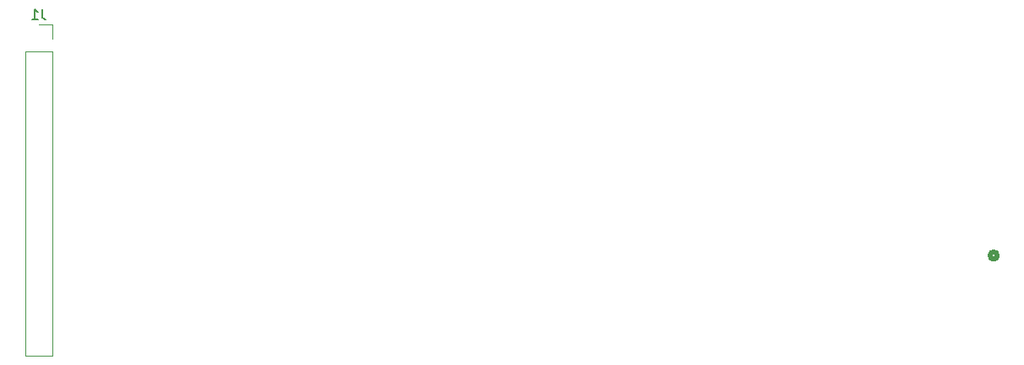
<source format=gbr>
%TF.GenerationSoftware,KiCad,Pcbnew,9.0.6*%
%TF.CreationDate,2026-01-02T14:19:04-05:00*%
%TF.ProjectId,spotify desk thing,73706f74-6966-4792-9064-65736b207468,rev?*%
%TF.SameCoordinates,Original*%
%TF.FileFunction,Legend,Bot*%
%TF.FilePolarity,Positive*%
%FSLAX46Y46*%
G04 Gerber Fmt 4.6, Leading zero omitted, Abs format (unit mm)*
G04 Created by KiCad (PCBNEW 9.0.6) date 2026-01-02 14:19:04*
%MOMM*%
%LPD*%
G01*
G04 APERTURE LIST*
%ADD10C,0.150000*%
%ADD11C,0.508000*%
%ADD12C,0.120000*%
G04 APERTURE END LIST*
D10*
X47583333Y-132374819D02*
X47583333Y-133089104D01*
X47583333Y-133089104D02*
X47630952Y-133231961D01*
X47630952Y-133231961D02*
X47726190Y-133327200D01*
X47726190Y-133327200D02*
X47869047Y-133374819D01*
X47869047Y-133374819D02*
X47964285Y-133374819D01*
X46583333Y-133374819D02*
X47154761Y-133374819D01*
X46869047Y-133374819D02*
X46869047Y-132374819D01*
X46869047Y-132374819D02*
X46964285Y-132517676D01*
X46964285Y-132517676D02*
X47059523Y-132612914D01*
X47059523Y-132612914D02*
X47154761Y-132660533D01*
D11*
%TO.C,U4*%
X143321300Y-157100000D02*
G75*
G02*
X142559300Y-157100000I-381000J0D01*
G01*
X142559300Y-157100000D02*
G75*
G02*
X143321300Y-157100000I381000J0D01*
G01*
D12*
%TO.C,J1*%
X45870000Y-136570000D02*
X45870000Y-167160000D01*
X48630000Y-133920000D02*
X47250000Y-133920000D01*
X48630000Y-135300000D02*
X48630000Y-133920000D01*
X48630000Y-136570000D02*
X45870000Y-136570000D01*
X48630000Y-136570000D02*
X48630000Y-167160000D01*
X48630000Y-167160000D02*
X45870000Y-167160000D01*
%TD*%
M02*

</source>
